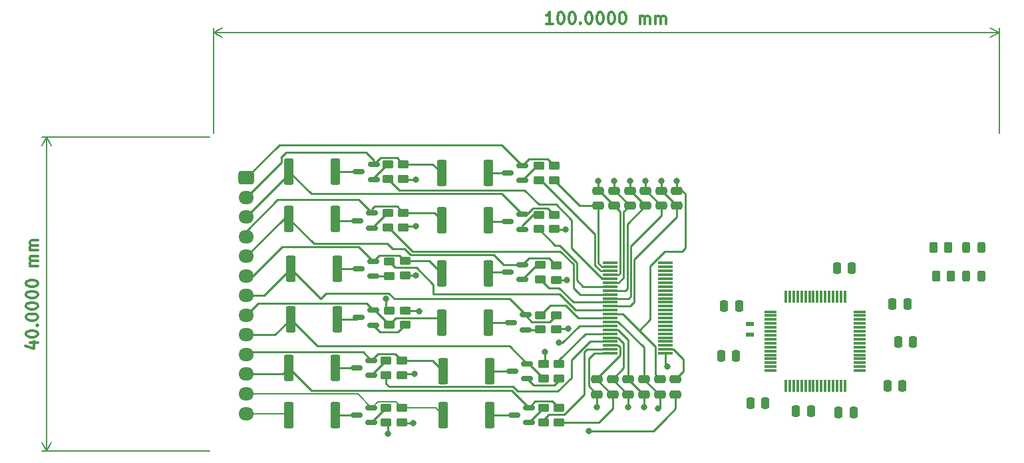
<source format=gbr>
%TF.GenerationSoftware,KiCad,Pcbnew,6.0.5*%
%TF.CreationDate,2022-06-29T09:43:05+02:00*%
%TF.ProjectId,Flux_BMS,466c7578-5f42-44d5-932e-6b696361645f,rev?*%
%TF.SameCoordinates,Original*%
%TF.FileFunction,Copper,L1,Top*%
%TF.FilePolarity,Positive*%
%FSLAX46Y46*%
G04 Gerber Fmt 4.6, Leading zero omitted, Abs format (unit mm)*
G04 Created by KiCad (PCBNEW 6.0.5) date 2022-06-29 09:43:05*
%MOMM*%
%LPD*%
G01*
G04 APERTURE LIST*
G04 Aperture macros list*
%AMRoundRect*
0 Rectangle with rounded corners*
0 $1 Rounding radius*
0 $2 $3 $4 $5 $6 $7 $8 $9 X,Y pos of 4 corners*
0 Add a 4 corners polygon primitive as box body*
4,1,4,$2,$3,$4,$5,$6,$7,$8,$9,$2,$3,0*
0 Add four circle primitives for the rounded corners*
1,1,$1+$1,$2,$3*
1,1,$1+$1,$4,$5*
1,1,$1+$1,$6,$7*
1,1,$1+$1,$8,$9*
0 Add four rect primitives between the rounded corners*
20,1,$1+$1,$2,$3,$4,$5,0*
20,1,$1+$1,$4,$5,$6,$7,0*
20,1,$1+$1,$6,$7,$8,$9,0*
20,1,$1+$1,$8,$9,$2,$3,0*%
G04 Aperture macros list end*
%ADD10C,0.300000*%
%TA.AperFunction,NonConductor*%
%ADD11C,0.300000*%
%TD*%
%TA.AperFunction,NonConductor*%
%ADD12C,0.200000*%
%TD*%
%TA.AperFunction,SMDPad,CuDef*%
%ADD13RoundRect,0.250000X-0.450000X0.262500X-0.450000X-0.262500X0.450000X-0.262500X0.450000X0.262500X0*%
%TD*%
%TA.AperFunction,SMDPad,CuDef*%
%ADD14RoundRect,0.250000X-0.362500X-1.425000X0.362500X-1.425000X0.362500X1.425000X-0.362500X1.425000X0*%
%TD*%
%TA.AperFunction,SMDPad,CuDef*%
%ADD15RoundRect,0.243750X-0.243750X-0.456250X0.243750X-0.456250X0.243750X0.456250X-0.243750X0.456250X0*%
%TD*%
%TA.AperFunction,SMDPad,CuDef*%
%ADD16RoundRect,0.250000X-0.250000X-0.475000X0.250000X-0.475000X0.250000X0.475000X-0.250000X0.475000X0*%
%TD*%
%TA.AperFunction,ComponentPad*%
%ADD17RoundRect,0.250000X-0.725000X0.600000X-0.725000X-0.600000X0.725000X-0.600000X0.725000X0.600000X0*%
%TD*%
%TA.AperFunction,ComponentPad*%
%ADD18O,1.950000X1.700000*%
%TD*%
%TA.AperFunction,SMDPad,CuDef*%
%ADD19RoundRect,0.250000X0.450000X-0.262500X0.450000X0.262500X-0.450000X0.262500X-0.450000X-0.262500X0*%
%TD*%
%TA.AperFunction,SMDPad,CuDef*%
%ADD20RoundRect,0.150000X0.587500X0.150000X-0.587500X0.150000X-0.587500X-0.150000X0.587500X-0.150000X0*%
%TD*%
%TA.AperFunction,SMDPad,CuDef*%
%ADD21RoundRect,0.250000X0.475000X-0.250000X0.475000X0.250000X-0.475000X0.250000X-0.475000X-0.250000X0*%
%TD*%
%TA.AperFunction,SMDPad,CuDef*%
%ADD22RoundRect,0.250000X-0.475000X0.250000X-0.475000X-0.250000X0.475000X-0.250000X0.475000X0.250000X0*%
%TD*%
%TA.AperFunction,SMDPad,CuDef*%
%ADD23R,1.100000X0.600000*%
%TD*%
%TA.AperFunction,SMDPad,CuDef*%
%ADD24RoundRect,0.075000X-0.875000X-0.075000X0.875000X-0.075000X0.875000X0.075000X-0.875000X0.075000X0*%
%TD*%
%TA.AperFunction,SMDPad,CuDef*%
%ADD25RoundRect,0.250000X-0.262500X-0.450000X0.262500X-0.450000X0.262500X0.450000X-0.262500X0.450000X0*%
%TD*%
%TA.AperFunction,SMDPad,CuDef*%
%ADD26RoundRect,0.075000X-0.700000X-0.075000X0.700000X-0.075000X0.700000X0.075000X-0.700000X0.075000X0*%
%TD*%
%TA.AperFunction,SMDPad,CuDef*%
%ADD27RoundRect,0.075000X-0.075000X-0.700000X0.075000X-0.700000X0.075000X0.700000X-0.075000X0.700000X0*%
%TD*%
%TA.AperFunction,ViaPad*%
%ADD28C,0.800000*%
%TD*%
%TA.AperFunction,Conductor*%
%ADD29C,0.250000*%
%TD*%
%TA.AperFunction,Conductor*%
%ADD30C,0.200000*%
%TD*%
G04 APERTURE END LIST*
D10*
D11*
X118214285Y-35628571D02*
X117357142Y-35628571D01*
X117785714Y-35628571D02*
X117785714Y-34128571D01*
X117642857Y-34342857D01*
X117500000Y-34485714D01*
X117357142Y-34557142D01*
X119142857Y-34128571D02*
X119285714Y-34128571D01*
X119428571Y-34200000D01*
X119500000Y-34271428D01*
X119571428Y-34414285D01*
X119642857Y-34700000D01*
X119642857Y-35057142D01*
X119571428Y-35342857D01*
X119500000Y-35485714D01*
X119428571Y-35557142D01*
X119285714Y-35628571D01*
X119142857Y-35628571D01*
X119000000Y-35557142D01*
X118928571Y-35485714D01*
X118857142Y-35342857D01*
X118785714Y-35057142D01*
X118785714Y-34700000D01*
X118857142Y-34414285D01*
X118928571Y-34271428D01*
X119000000Y-34200000D01*
X119142857Y-34128571D01*
X120571428Y-34128571D02*
X120714285Y-34128571D01*
X120857142Y-34200000D01*
X120928571Y-34271428D01*
X121000000Y-34414285D01*
X121071428Y-34700000D01*
X121071428Y-35057142D01*
X121000000Y-35342857D01*
X120928571Y-35485714D01*
X120857142Y-35557142D01*
X120714285Y-35628571D01*
X120571428Y-35628571D01*
X120428571Y-35557142D01*
X120357142Y-35485714D01*
X120285714Y-35342857D01*
X120214285Y-35057142D01*
X120214285Y-34700000D01*
X120285714Y-34414285D01*
X120357142Y-34271428D01*
X120428571Y-34200000D01*
X120571428Y-34128571D01*
X121714285Y-35485714D02*
X121785714Y-35557142D01*
X121714285Y-35628571D01*
X121642857Y-35557142D01*
X121714285Y-35485714D01*
X121714285Y-35628571D01*
X122714285Y-34128571D02*
X122857142Y-34128571D01*
X123000000Y-34200000D01*
X123071428Y-34271428D01*
X123142857Y-34414285D01*
X123214285Y-34700000D01*
X123214285Y-35057142D01*
X123142857Y-35342857D01*
X123071428Y-35485714D01*
X123000000Y-35557142D01*
X122857142Y-35628571D01*
X122714285Y-35628571D01*
X122571428Y-35557142D01*
X122500000Y-35485714D01*
X122428571Y-35342857D01*
X122357142Y-35057142D01*
X122357142Y-34700000D01*
X122428571Y-34414285D01*
X122500000Y-34271428D01*
X122571428Y-34200000D01*
X122714285Y-34128571D01*
X124142857Y-34128571D02*
X124285714Y-34128571D01*
X124428571Y-34200000D01*
X124500000Y-34271428D01*
X124571428Y-34414285D01*
X124642857Y-34700000D01*
X124642857Y-35057142D01*
X124571428Y-35342857D01*
X124500000Y-35485714D01*
X124428571Y-35557142D01*
X124285714Y-35628571D01*
X124142857Y-35628571D01*
X124000000Y-35557142D01*
X123928571Y-35485714D01*
X123857142Y-35342857D01*
X123785714Y-35057142D01*
X123785714Y-34700000D01*
X123857142Y-34414285D01*
X123928571Y-34271428D01*
X124000000Y-34200000D01*
X124142857Y-34128571D01*
X125571428Y-34128571D02*
X125714285Y-34128571D01*
X125857142Y-34200000D01*
X125928571Y-34271428D01*
X126000000Y-34414285D01*
X126071428Y-34700000D01*
X126071428Y-35057142D01*
X126000000Y-35342857D01*
X125928571Y-35485714D01*
X125857142Y-35557142D01*
X125714285Y-35628571D01*
X125571428Y-35628571D01*
X125428571Y-35557142D01*
X125357142Y-35485714D01*
X125285714Y-35342857D01*
X125214285Y-35057142D01*
X125214285Y-34700000D01*
X125285714Y-34414285D01*
X125357142Y-34271428D01*
X125428571Y-34200000D01*
X125571428Y-34128571D01*
X127000000Y-34128571D02*
X127142857Y-34128571D01*
X127285714Y-34200000D01*
X127357142Y-34271428D01*
X127428571Y-34414285D01*
X127500000Y-34700000D01*
X127500000Y-35057142D01*
X127428571Y-35342857D01*
X127357142Y-35485714D01*
X127285714Y-35557142D01*
X127142857Y-35628571D01*
X127000000Y-35628571D01*
X126857142Y-35557142D01*
X126785714Y-35485714D01*
X126714285Y-35342857D01*
X126642857Y-35057142D01*
X126642857Y-34700000D01*
X126714285Y-34414285D01*
X126785714Y-34271428D01*
X126857142Y-34200000D01*
X127000000Y-34128571D01*
X129285714Y-35628571D02*
X129285714Y-34628571D01*
X129285714Y-34771428D02*
X129357142Y-34700000D01*
X129500000Y-34628571D01*
X129714285Y-34628571D01*
X129857142Y-34700000D01*
X129928571Y-34842857D01*
X129928571Y-35628571D01*
X129928571Y-34842857D02*
X130000000Y-34700000D01*
X130142857Y-34628571D01*
X130357142Y-34628571D01*
X130500000Y-34700000D01*
X130571428Y-34842857D01*
X130571428Y-35628571D01*
X131285714Y-35628571D02*
X131285714Y-34628571D01*
X131285714Y-34771428D02*
X131357142Y-34700000D01*
X131500000Y-34628571D01*
X131714285Y-34628571D01*
X131857142Y-34700000D01*
X131928571Y-34842857D01*
X131928571Y-35628571D01*
X131928571Y-34842857D02*
X132000000Y-34700000D01*
X132142857Y-34628571D01*
X132357142Y-34628571D01*
X132500000Y-34700000D01*
X132571428Y-34842857D01*
X132571428Y-35628571D01*
D12*
X75000000Y-49500000D02*
X75000000Y-36163580D01*
X175000000Y-49500000D02*
X175000000Y-36163580D01*
X75000000Y-36750000D02*
X175000000Y-36750000D01*
X75000000Y-36750000D02*
X175000000Y-36750000D01*
X75000000Y-36750000D02*
X76126504Y-37336421D01*
X75000000Y-36750000D02*
X76126504Y-36163579D01*
X175000000Y-36750000D02*
X173873496Y-36163579D01*
X175000000Y-36750000D02*
X173873496Y-37336421D01*
D10*
D11*
X51678571Y-76214285D02*
X52678571Y-76214285D01*
X51107142Y-76571428D02*
X52178571Y-76928571D01*
X52178571Y-76000000D01*
X51178571Y-75142857D02*
X51178571Y-75000000D01*
X51250000Y-74857142D01*
X51321428Y-74785714D01*
X51464285Y-74714285D01*
X51750000Y-74642857D01*
X52107142Y-74642857D01*
X52392857Y-74714285D01*
X52535714Y-74785714D01*
X52607142Y-74857142D01*
X52678571Y-75000000D01*
X52678571Y-75142857D01*
X52607142Y-75285714D01*
X52535714Y-75357142D01*
X52392857Y-75428571D01*
X52107142Y-75500000D01*
X51750000Y-75500000D01*
X51464285Y-75428571D01*
X51321428Y-75357142D01*
X51250000Y-75285714D01*
X51178571Y-75142857D01*
X52535714Y-74000000D02*
X52607142Y-73928571D01*
X52678571Y-74000000D01*
X52607142Y-74071428D01*
X52535714Y-74000000D01*
X52678571Y-74000000D01*
X51178571Y-73000000D02*
X51178571Y-72857142D01*
X51250000Y-72714285D01*
X51321428Y-72642857D01*
X51464285Y-72571428D01*
X51750000Y-72500000D01*
X52107142Y-72500000D01*
X52392857Y-72571428D01*
X52535714Y-72642857D01*
X52607142Y-72714285D01*
X52678571Y-72857142D01*
X52678571Y-73000000D01*
X52607142Y-73142857D01*
X52535714Y-73214285D01*
X52392857Y-73285714D01*
X52107142Y-73357142D01*
X51750000Y-73357142D01*
X51464285Y-73285714D01*
X51321428Y-73214285D01*
X51250000Y-73142857D01*
X51178571Y-73000000D01*
X51178571Y-71571428D02*
X51178571Y-71428571D01*
X51250000Y-71285714D01*
X51321428Y-71214285D01*
X51464285Y-71142857D01*
X51750000Y-71071428D01*
X52107142Y-71071428D01*
X52392857Y-71142857D01*
X52535714Y-71214285D01*
X52607142Y-71285714D01*
X52678571Y-71428571D01*
X52678571Y-71571428D01*
X52607142Y-71714285D01*
X52535714Y-71785714D01*
X52392857Y-71857142D01*
X52107142Y-71928571D01*
X51750000Y-71928571D01*
X51464285Y-71857142D01*
X51321428Y-71785714D01*
X51250000Y-71714285D01*
X51178571Y-71571428D01*
X51178571Y-70142857D02*
X51178571Y-70000000D01*
X51250000Y-69857142D01*
X51321428Y-69785714D01*
X51464285Y-69714285D01*
X51750000Y-69642857D01*
X52107142Y-69642857D01*
X52392857Y-69714285D01*
X52535714Y-69785714D01*
X52607142Y-69857142D01*
X52678571Y-70000000D01*
X52678571Y-70142857D01*
X52607142Y-70285714D01*
X52535714Y-70357142D01*
X52392857Y-70428571D01*
X52107142Y-70500000D01*
X51750000Y-70500000D01*
X51464285Y-70428571D01*
X51321428Y-70357142D01*
X51250000Y-70285714D01*
X51178571Y-70142857D01*
X51178571Y-68714285D02*
X51178571Y-68571428D01*
X51250000Y-68428571D01*
X51321428Y-68357142D01*
X51464285Y-68285714D01*
X51750000Y-68214285D01*
X52107142Y-68214285D01*
X52392857Y-68285714D01*
X52535714Y-68357142D01*
X52607142Y-68428571D01*
X52678571Y-68571428D01*
X52678571Y-68714285D01*
X52607142Y-68857142D01*
X52535714Y-68928571D01*
X52392857Y-69000000D01*
X52107142Y-69071428D01*
X51750000Y-69071428D01*
X51464285Y-69000000D01*
X51321428Y-68928571D01*
X51250000Y-68857142D01*
X51178571Y-68714285D01*
X52678571Y-66428571D02*
X51678571Y-66428571D01*
X51821428Y-66428571D02*
X51750000Y-66357142D01*
X51678571Y-66214285D01*
X51678571Y-66000000D01*
X51750000Y-65857142D01*
X51892857Y-65785714D01*
X52678571Y-65785714D01*
X51892857Y-65785714D02*
X51750000Y-65714285D01*
X51678571Y-65571428D01*
X51678571Y-65357142D01*
X51750000Y-65214285D01*
X51892857Y-65142857D01*
X52678571Y-65142857D01*
X52678571Y-64428571D02*
X51678571Y-64428571D01*
X51821428Y-64428571D02*
X51750000Y-64357142D01*
X51678571Y-64214285D01*
X51678571Y-64000000D01*
X51750000Y-63857142D01*
X51892857Y-63785714D01*
X52678571Y-63785714D01*
X51892857Y-63785714D02*
X51750000Y-63714285D01*
X51678571Y-63571428D01*
X51678571Y-63357142D01*
X51750000Y-63214285D01*
X51892857Y-63142857D01*
X52678571Y-63142857D01*
D12*
X74500000Y-50000000D02*
X53213580Y-50000000D01*
X74500000Y-90000000D02*
X53213580Y-90000000D01*
X53800000Y-50000000D02*
X53800000Y-90000000D01*
X53800000Y-50000000D02*
X53800000Y-90000000D01*
X53800000Y-50000000D02*
X53213579Y-51126504D01*
X53800000Y-50000000D02*
X54386421Y-51126504D01*
X53800000Y-90000000D02*
X54386421Y-88873496D01*
X53800000Y-90000000D02*
X53213579Y-88873496D01*
D13*
%TO.P,R20,1*%
%TO.N,/LTC6811/CELL+_12*%
X118400000Y-53687500D03*
%TO.P,R20,2*%
%TO.N,/LTC6811/SENSE+_12*%
X118400000Y-55512500D03*
%TD*%
D14*
%TO.P,R3,1*%
%TO.N,/LTC6811/CELL+_9*%
X104037500Y-60600000D03*
%TO.P,R3,2*%
%TO.N,Net-(Q1-Pad3)*%
X109962500Y-60600000D03*
%TD*%
D15*
%TO.P,D2,1,K*%
%TO.N,GND*%
X170825000Y-64100000D03*
%TO.P,D2,2,A*%
%TO.N,Net-(D2-Pad2)*%
X172700000Y-64100000D03*
%TD*%
D16*
%TO.P,C15,1*%
%TO.N,PH1*%
X139600000Y-77900000D03*
%TO.P,C15,2*%
%TO.N,GND*%
X141500000Y-77900000D03*
%TD*%
D17*
%TO.P,J1,1,Pin_1*%
%TO.N,/LTC6811/CELL+_12*%
X79200000Y-55200000D03*
D18*
%TO.P,J1,2,Pin_2*%
%TO.N,/LTC6811/CELL+_11*%
X79200000Y-57700000D03*
%TO.P,J1,3,Pin_3*%
%TO.N,/LTC6811/CELL+_10*%
X79200000Y-60200000D03*
%TO.P,J1,4,Pin_4*%
%TO.N,/LTC6811/CELL+_9*%
X79200000Y-62700000D03*
%TO.P,J1,5,Pin_5*%
%TO.N,/LTC6811/CELL+_8*%
X79200000Y-65200000D03*
%TO.P,J1,6,Pin_6*%
%TO.N,/LTC6811/CELL+_7*%
X79200000Y-67700000D03*
%TO.P,J1,7,Pin_7*%
%TO.N,/LTC6811/CELL+_6*%
X79200000Y-70200000D03*
%TO.P,J1,8,Pin_8*%
%TO.N,/LTC6811/CELL+_5*%
X79200000Y-72700000D03*
%TO.P,J1,9,Pin_9*%
%TO.N,/LTC6811/CELL+_4*%
X79200000Y-75200000D03*
%TO.P,J1,10,Pin_10*%
%TO.N,/LTC6811/CELL+_3*%
X79200000Y-77700000D03*
%TO.P,J1,11,Pin_11*%
%TO.N,/LTC6811/CELL+_2*%
X79200000Y-80200000D03*
%TO.P,J1,12,Pin_12*%
%TO.N,/LTC6811/CELL+_1*%
X79200000Y-82700000D03*
%TO.P,J1,13,Pin_13*%
%TO.N,/LTC6811/CELL-_1*%
X79200000Y-85200000D03*
%TD*%
D19*
%TO.P,R35,1*%
%TO.N,/LTC6811/CELL+_4*%
X117000000Y-80712500D03*
%TO.P,R35,2*%
%TO.N,/LTC6811/SENSE+_4*%
X117000000Y-78887500D03*
%TD*%
D13*
%TO.P,R2,1*%
%TO.N,/LTC6811/CELL+_10*%
X118400000Y-59887500D03*
%TO.P,R2,2*%
%TO.N,/LTC6811/SENSE+_10*%
X118400000Y-61712500D03*
%TD*%
%TO.P,R32,1*%
%TO.N,/LTC6811/CELL+_11*%
X99200000Y-53487500D03*
%TO.P,R32,2*%
%TO.N,/LTC6811/SENSE+_11*%
X99200000Y-55312500D03*
%TD*%
%TO.P,R14,1*%
%TO.N,/LTC6811/CELL+_6*%
X118600000Y-72687500D03*
%TO.P,R14,2*%
%TO.N,/LTC6811/SENSE+_6*%
X118600000Y-74512500D03*
%TD*%
D14*
%TO.P,R33,1*%
%TO.N,/LTC6811/CELL+_10*%
X84637500Y-54400000D03*
%TO.P,R33,2*%
%TO.N,Net-(Q11-Pad3)*%
X90562500Y-54400000D03*
%TD*%
D20*
%TO.P,Q7,1,G*%
%TO.N,Net-(Q7-Pad1)*%
X114337500Y-55550000D03*
%TO.P,Q7,2,S*%
%TO.N,/LTC6811/CELL+_12*%
X114337500Y-53650000D03*
%TO.P,Q7,3,D*%
%TO.N,Net-(Q7-Pad3)*%
X112462500Y-54600000D03*
%TD*%
D21*
%TO.P,C4,1*%
%TO.N,/LTC6811/SENSE+_7*%
X134000000Y-58750000D03*
%TO.P,C4,2*%
%TO.N,/LTC6811/SENSE+_6*%
X134000000Y-56850000D03*
%TD*%
D20*
%TO.P,Q12,1,G*%
%TO.N,Net-(Q12-Pad1)*%
X114937500Y-80750000D03*
%TO.P,Q12,2,S*%
%TO.N,/LTC6811/CELL+_4*%
X114937500Y-78850000D03*
%TO.P,Q12,3,D*%
%TO.N,Net-(Q12-Pad3)*%
X113062500Y-79800000D03*
%TD*%
%TO.P,Q5,1,G*%
%TO.N,Net-(Q5-Pad1)*%
X114737500Y-74550000D03*
%TO.P,Q5,2,S*%
%TO.N,/LTC6811/CELL+_6*%
X114737500Y-72650000D03*
%TO.P,Q5,3,D*%
%TO.N,Net-(Q5-Pad3)*%
X112862500Y-73600000D03*
%TD*%
D14*
%TO.P,R9,1*%
%TO.N,/LTC6811/CELL+_7*%
X104037500Y-67400000D03*
%TO.P,R9,2*%
%TO.N,Net-(Q3-Pad3)*%
X109962500Y-67400000D03*
%TD*%
D16*
%TO.P,C20,1*%
%TO.N,VDDA*%
X143350000Y-83900000D03*
%TO.P,C20,2*%
%TO.N,GND*%
X145250000Y-83900000D03*
%TD*%
%TO.P,C13,1*%
%TO.N,PH0*%
X140000000Y-71500000D03*
%TO.P,C13,2*%
%TO.N,GND*%
X141900000Y-71500000D03*
%TD*%
D14*
%TO.P,R27,1*%
%TO.N,/LTC6811/CELL+_1*%
X104237500Y-85400000D03*
%TO.P,R27,2*%
%TO.N,Net-(Q9-Pad3)*%
X110162500Y-85400000D03*
%TD*%
D13*
%TO.P,R8,1*%
%TO.N,/LTC6811/CELL+_8*%
X118600000Y-66375000D03*
%TO.P,R8,2*%
%TO.N,/LTC6811/SENSE+_8*%
X118600000Y-68200000D03*
%TD*%
D15*
%TO.P,D1,1,K*%
%TO.N,GND*%
X170825000Y-67700000D03*
%TO.P,D1,2,A*%
%TO.N,Net-(D1-Pad2)*%
X172700000Y-67700000D03*
%TD*%
D13*
%TO.P,R5,1*%
%TO.N,/LTC6811/CELL+_9*%
X99200000Y-59687500D03*
%TO.P,R5,2*%
%TO.N,/LTC6811/SENSE+_9*%
X99200000Y-61512500D03*
%TD*%
D14*
%TO.P,R15,1*%
%TO.N,/LTC6811/CELL+_5*%
X104037500Y-73600000D03*
%TO.P,R15,2*%
%TO.N,Net-(Q5-Pad3)*%
X109962500Y-73600000D03*
%TD*%
%TO.P,R30,1*%
%TO.N,/LTC6811/CELL-_1*%
X84637500Y-85400000D03*
%TO.P,R30,2*%
%TO.N,Net-(Q10-Pad3)*%
X90562500Y-85400000D03*
%TD*%
%TO.P,R18,1*%
%TO.N,/LTC6811/CELL+_4*%
X84837500Y-73200000D03*
%TO.P,R18,2*%
%TO.N,Net-(Q6-Pad3)*%
X90762500Y-73200000D03*
%TD*%
D20*
%TO.P,Q11,1,G*%
%TO.N,Net-(Q11-Pad1)*%
X95400000Y-55400000D03*
%TO.P,Q11,2,S*%
%TO.N,/LTC6811/CELL+_11*%
X95400000Y-53500000D03*
%TO.P,Q11,3,D*%
%TO.N,Net-(Q11-Pad3)*%
X93525000Y-54450000D03*
%TD*%
D22*
%TO.P,C9,1*%
%TO.N,/LTC6811/SENSE+_2*%
X123800000Y-80850000D03*
%TO.P,C9,2*%
%TO.N,/LTC6811/SENSE+_1*%
X123800000Y-82750000D03*
%TD*%
%TO.P,C8,1*%
%TO.N,/LTC6811/SENSE+_3*%
X125800000Y-80850000D03*
%TO.P,C8,2*%
%TO.N,/LTC6811/SENSE+_2*%
X125800000Y-82750000D03*
%TD*%
D19*
%TO.P,R19,1*%
%TO.N,/LTC6811/BALANCE_12*%
X116400000Y-55512500D03*
%TO.P,R19,2*%
%TO.N,Net-(Q7-Pad1)*%
X116400000Y-53687500D03*
%TD*%
D22*
%TO.P,C5,1*%
%TO.N,/LTC6811/SENSE+_6*%
X131800000Y-80850000D03*
%TO.P,C5,2*%
%TO.N,/LTC6811/SENSE+_5*%
X131800000Y-82750000D03*
%TD*%
D13*
%TO.P,R16,1*%
%TO.N,/LTC6811/BALANCE_5*%
X99400000Y-72087500D03*
%TO.P,R16,2*%
%TO.N,Net-(Q6-Pad1)*%
X99400000Y-73912500D03*
%TD*%
D21*
%TO.P,C7,1*%
%TO.N,/LTC6811/SENSE+_12*%
X124000000Y-58750000D03*
%TO.P,C7,2*%
%TO.N,/LTC6811/SENSE+_11*%
X124000000Y-56850000D03*
%TD*%
D20*
%TO.P,Q4,1,G*%
%TO.N,Net-(Q4-Pad1)*%
X95337500Y-67750000D03*
%TO.P,Q4,2,S*%
%TO.N,/LTC6811/CELL+_7*%
X95337500Y-65850000D03*
%TO.P,Q4,3,D*%
%TO.N,Net-(Q4-Pad3)*%
X93462500Y-66800000D03*
%TD*%
%TO.P,Q3,1,G*%
%TO.N,Net-(Q3-Pad1)*%
X114337500Y-68150000D03*
%TO.P,Q3,2,S*%
%TO.N,/LTC6811/CELL+_8*%
X114337500Y-66250000D03*
%TO.P,Q3,3,D*%
%TO.N,Net-(Q3-Pad3)*%
X112462500Y-67200000D03*
%TD*%
D19*
%TO.P,R17,1*%
%TO.N,/LTC6811/CELL+_5*%
X97400000Y-73912500D03*
%TO.P,R17,2*%
%TO.N,/LTC6811/SENSE+_5*%
X97400000Y-72087500D03*
%TD*%
D13*
%TO.P,R13,1*%
%TO.N,/LTC6811/BALANCE_6*%
X116600000Y-72687500D03*
%TO.P,R13,2*%
%TO.N,Net-(Q5-Pad1)*%
X116600000Y-74512500D03*
%TD*%
D20*
%TO.P,Q6,1,G*%
%TO.N,Net-(Q6-Pad1)*%
X95337500Y-73950000D03*
%TO.P,Q6,2,S*%
%TO.N,/LTC6811/CELL+_5*%
X95337500Y-72050000D03*
%TO.P,Q6,3,D*%
%TO.N,Net-(Q6-Pad3)*%
X93462500Y-73000000D03*
%TD*%
D23*
%TO.P,X1,1,1*%
%TO.N,PH1*%
X143300000Y-75200000D03*
%TO.P,X1,2,2*%
%TO.N,PH0*%
X143300000Y-73800000D03*
%TD*%
D13*
%TO.P,R10,1*%
%TO.N,/LTC6811/BALANCE_7*%
X97400000Y-65887500D03*
%TO.P,R10,2*%
%TO.N,Net-(Q4-Pad1)*%
X97400000Y-67712500D03*
%TD*%
D22*
%TO.P,C12,1*%
%TO.N,/LTC6811/SENSE+_4*%
X127800000Y-80850000D03*
%TO.P,C12,2*%
%TO.N,/LTC6811/SENSE+_3*%
X127800000Y-82750000D03*
%TD*%
D16*
%TO.P,C16,1*%
%TO.N,VDD*%
X149150000Y-84900000D03*
%TO.P,C16,2*%
%TO.N,GND*%
X151050000Y-84900000D03*
%TD*%
D20*
%TO.P,Q10,1,G*%
%TO.N,Net-(Q10-Pad1)*%
X95137500Y-86350000D03*
%TO.P,Q10,2,S*%
%TO.N,/LTC6811/CELL+_1*%
X95137500Y-84450000D03*
%TO.P,Q10,3,D*%
%TO.N,Net-(Q10-Pad3)*%
X93262500Y-85400000D03*
%TD*%
D13*
%TO.P,R11,1*%
%TO.N,/LTC6811/CELL+_7*%
X99400000Y-65800000D03*
%TO.P,R11,2*%
%TO.N,/LTC6811/SENSE+_7*%
X99400000Y-67625000D03*
%TD*%
D14*
%TO.P,R21,1*%
%TO.N,/LTC6811/CELL+_11*%
X104037500Y-54600000D03*
%TO.P,R21,2*%
%TO.N,Net-(Q7-Pad3)*%
X109962500Y-54600000D03*
%TD*%
D13*
%TO.P,R34,1*%
%TO.N,/LTC6811/BALANCE_4*%
X119000000Y-78887500D03*
%TO.P,R34,2*%
%TO.N,Net-(Q12-Pad1)*%
X119000000Y-80712500D03*
%TD*%
D14*
%TO.P,R24,1*%
%TO.N,/LTC6811/CELL+_2*%
X84637500Y-79400000D03*
%TO.P,R24,2*%
%TO.N,Net-(Q8-Pad3)*%
X90562500Y-79400000D03*
%TD*%
%TO.P,R36,1*%
%TO.N,/LTC6811/CELL+_3*%
X104237500Y-79800000D03*
%TO.P,R36,2*%
%TO.N,Net-(Q12-Pad3)*%
X110162500Y-79800000D03*
%TD*%
D24*
%TO.P,U1,1,V+*%
%TO.N,unconnected-(U1-Pad1)*%
X125500000Y-66050000D03*
%TO.P,U1,2,C12*%
%TO.N,/LTC6811/SENSE+_12*%
X125500000Y-66550000D03*
%TO.P,U1,3,S12*%
%TO.N,/LTC6811/BALANCE_12*%
X125500000Y-67050000D03*
%TO.P,U1,4,C11*%
%TO.N,/LTC6811/SENSE+_11*%
X125500000Y-67550000D03*
%TO.P,U1,5,S11*%
%TO.N,/LTC6811/BALANCE_11*%
X125500000Y-68050000D03*
%TO.P,U1,6,C10*%
%TO.N,/LTC6811/SENSE+_10*%
X125500000Y-68550000D03*
%TO.P,U1,7,S10*%
%TO.N,/LTC6811/BALANCE_10*%
X125500000Y-69050000D03*
%TO.P,U1,8,C9*%
%TO.N,/LTC6811/SENSE+_9*%
X125500000Y-69550000D03*
%TO.P,U1,9,S9*%
%TO.N,/LTC6811/BALANCE_9*%
X125500000Y-70050000D03*
%TO.P,U1,10,C8*%
%TO.N,/LTC6811/SENSE+_8*%
X125500000Y-70550000D03*
%TO.P,U1,11,S8*%
%TO.N,/LTC6811/BALANCE_8*%
X125500000Y-71050000D03*
%TO.P,U1,12,C7*%
%TO.N,/LTC6811/SENSE+_7*%
X125500000Y-71550000D03*
%TO.P,U1,13,S7*%
%TO.N,/LTC6811/BALANCE_7*%
X125500000Y-72050000D03*
%TO.P,U1,14,C6*%
%TO.N,/LTC6811/SENSE+_6*%
X125500000Y-72550000D03*
%TO.P,U1,15,S6*%
%TO.N,/LTC6811/BALANCE_6*%
X125500000Y-73050000D03*
%TO.P,U1,16,C5*%
%TO.N,/LTC6811/SENSE+_5*%
X125500000Y-73550000D03*
%TO.P,U1,17,S5*%
%TO.N,/LTC6811/BALANCE_5*%
X125500000Y-74050000D03*
%TO.P,U1,18,C4*%
%TO.N,/LTC6811/SENSE+_4*%
X125500000Y-74550000D03*
%TO.P,U1,19,S4*%
%TO.N,/LTC6811/BALANCE_4*%
X125500000Y-75050000D03*
%TO.P,U1,20,C3*%
%TO.N,/LTC6811/SENSE+_3*%
X125500000Y-75550000D03*
%TO.P,U1,21,S3*%
%TO.N,/LTC6811/BALANCE_3*%
X125500000Y-76050000D03*
%TO.P,U1,22,C2*%
%TO.N,/LTC6811/SENSE+_2*%
X125500000Y-76550000D03*
%TO.P,U1,23,S2*%
%TO.N,/LTC6811/BALANCE_2*%
X125500000Y-77050000D03*
%TO.P,U1,24,C1*%
%TO.N,/LTC6811/SENSE+_1*%
X125500000Y-77550000D03*
%TO.P,U1,25,S1*%
%TO.N,/LTC6811/BALANCE_1*%
X132500000Y-77550000D03*
%TO.P,U1,26,C0*%
%TO.N,/LTC6811/Cell1/SENSE-*%
X132500000Y-77050000D03*
%TO.P,U1,27,GPIO1*%
%TO.N,unconnected-(U1-Pad27)*%
X132500000Y-76550000D03*
%TO.P,U1,28,GPIO2*%
%TO.N,unconnected-(U1-Pad28)*%
X132500000Y-76050000D03*
%TO.P,U1,29,GPIO3*%
%TO.N,unconnected-(U1-Pad29)*%
X132500000Y-75550000D03*
%TO.P,U1,30,V-*%
%TO.N,Net-(U1-Pad30)*%
X132500000Y-75050000D03*
%TO.P,U1,31,V-*%
X132500000Y-74550000D03*
%TO.P,U1,32,GPIO4*%
%TO.N,unconnected-(U1-Pad32)*%
X132500000Y-74050000D03*
%TO.P,U1,33,GPIO5*%
%TO.N,unconnected-(U1-Pad33)*%
X132500000Y-73550000D03*
%TO.P,U1,34,VREF2*%
%TO.N,unconnected-(U1-Pad34)*%
X132500000Y-73050000D03*
%TO.P,U1,35,VREF1*%
%TO.N,unconnected-(U1-Pad35)*%
X132500000Y-72550000D03*
%TO.P,U1,36,SWTEN*%
%TO.N,unconnected-(U1-Pad36)*%
X132500000Y-72050000D03*
%TO.P,U1,37,VREG*%
%TO.N,unconnected-(U1-Pad37)*%
X132500000Y-71550000D03*
%TO.P,U1,38,DRIVE*%
%TO.N,unconnected-(U1-Pad38)*%
X132500000Y-71050000D03*
%TO.P,U1,39,WDT*%
%TO.N,unconnected-(U1-Pad39)*%
X132500000Y-70550000D03*
%TO.P,U1,40,ISOMD*%
%TO.N,unconnected-(U1-Pad40)*%
X132500000Y-70050000D03*
%TO.P,U1,41,CSB(IMA)*%
%TO.N,unconnected-(U1-Pad41)*%
X132500000Y-69550000D03*
%TO.P,U1,42,SCK(IPA)*%
%TO.N,unconnected-(U1-Pad42)*%
X132500000Y-69050000D03*
%TO.P,U1,43,SDI(NC)*%
%TO.N,unconnected-(U1-Pad43)*%
X132500000Y-68550000D03*
%TO.P,U1,44,SDO(NC)*%
%TO.N,unconnected-(U1-Pad44)*%
X132500000Y-68050000D03*
%TO.P,U1,45,IBIAS*%
%TO.N,unconnected-(U1-Pad45)*%
X132500000Y-67550000D03*
%TO.P,U1,46,ICMP*%
%TO.N,unconnected-(U1-Pad46)*%
X132500000Y-67050000D03*
%TO.P,U1,47,IMB*%
%TO.N,unconnected-(U1-Pad47)*%
X132500000Y-66550000D03*
%TO.P,U1,48,IPB*%
%TO.N,unconnected-(U1-Pad48)*%
X132500000Y-66050000D03*
%TD*%
D16*
%TO.P,C21,1*%
%TO.N,VDDA*%
X154550000Y-85100000D03*
%TO.P,C21,2*%
%TO.N,GND*%
X156450000Y-85100000D03*
%TD*%
D25*
%TO.P,R38,1*%
%TO.N,LED_GREEN*%
X166675000Y-64100000D03*
%TO.P,R38,2*%
%TO.N,Net-(D2-Pad2)*%
X168500000Y-64100000D03*
%TD*%
D19*
%TO.P,R25,1*%
%TO.N,/LTC6811/BALANCE_2*%
X117000000Y-86312500D03*
%TO.P,R25,2*%
%TO.N,Net-(Q9-Pad1)*%
X117000000Y-84487500D03*
%TD*%
D21*
%TO.P,C10,1*%
%TO.N,/LTC6811/SENSE+_1*%
X133800000Y-82750000D03*
%TO.P,C10,2*%
%TO.N,/LTC6811/Cell1/SENSE-*%
X133800000Y-80850000D03*
%TD*%
D26*
%TO.P,U2,1,VBAT*%
%TO.N,VDD*%
X145925000Y-72250000D03*
%TO.P,U2,2,PC13*%
%TO.N,unconnected-(U2-Pad2)*%
X145925000Y-72750000D03*
%TO.P,U2,3,PC14*%
%TO.N,unconnected-(U2-Pad3)*%
X145925000Y-73250000D03*
%TO.P,U2,4,PC15*%
%TO.N,unconnected-(U2-Pad4)*%
X145925000Y-73750000D03*
%TO.P,U2,5,PH0*%
%TO.N,PH0*%
X145925000Y-74250000D03*
%TO.P,U2,6,PH1*%
%TO.N,PH1*%
X145925000Y-74750000D03*
%TO.P,U2,7,NRST*%
%TO.N,unconnected-(U2-Pad7)*%
X145925000Y-75250000D03*
%TO.P,U2,8,PC0*%
%TO.N,unconnected-(U2-Pad8)*%
X145925000Y-75750000D03*
%TO.P,U2,9,PC1*%
%TO.N,unconnected-(U2-Pad9)*%
X145925000Y-76250000D03*
%TO.P,U2,10,PC2*%
%TO.N,unconnected-(U2-Pad10)*%
X145925000Y-76750000D03*
%TO.P,U2,11,PC3*%
%TO.N,unconnected-(U2-Pad11)*%
X145925000Y-77250000D03*
%TO.P,U2,12,VSSA*%
%TO.N,GND*%
X145925000Y-77750000D03*
%TO.P,U2,13,VDDA*%
%TO.N,VDDA*%
X145925000Y-78250000D03*
%TO.P,U2,14,PA0*%
%TO.N,unconnected-(U2-Pad14)*%
X145925000Y-78750000D03*
%TO.P,U2,15,PA1*%
%TO.N,unconnected-(U2-Pad15)*%
X145925000Y-79250000D03*
%TO.P,U2,16,PA2*%
%TO.N,unconnected-(U2-Pad16)*%
X145925000Y-79750000D03*
D27*
%TO.P,U2,17,PA3*%
%TO.N,unconnected-(U2-Pad17)*%
X147850000Y-81675000D03*
%TO.P,U2,18,VSS*%
%TO.N,GND*%
X148350000Y-81675000D03*
%TO.P,U2,19,VDD*%
%TO.N,VDD*%
X148850000Y-81675000D03*
%TO.P,U2,20,PA4*%
%TO.N,unconnected-(U2-Pad20)*%
X149350000Y-81675000D03*
%TO.P,U2,21,PA5*%
%TO.N,unconnected-(U2-Pad21)*%
X149850000Y-81675000D03*
%TO.P,U2,22,PA6*%
%TO.N,unconnected-(U2-Pad22)*%
X150350000Y-81675000D03*
%TO.P,U2,23,PA7*%
%TO.N,unconnected-(U2-Pad23)*%
X150850000Y-81675000D03*
%TO.P,U2,24,PC4*%
%TO.N,unconnected-(U2-Pad24)*%
X151350000Y-81675000D03*
%TO.P,U2,25,PC5*%
%TO.N,unconnected-(U2-Pad25)*%
X151850000Y-81675000D03*
%TO.P,U2,26,PB0*%
%TO.N,unconnected-(U2-Pad26)*%
X152350000Y-81675000D03*
%TO.P,U2,27,PB1*%
%TO.N,unconnected-(U2-Pad27)*%
X152850000Y-81675000D03*
%TO.P,U2,28,PB2*%
%TO.N,unconnected-(U2-Pad28)*%
X153350000Y-81675000D03*
%TO.P,U2,29,PB10*%
%TO.N,unconnected-(U2-Pad29)*%
X153850000Y-81675000D03*
%TO.P,U2,30,PB11*%
%TO.N,unconnected-(U2-Pad30)*%
X154350000Y-81675000D03*
%TO.P,U2,31,VSS*%
%TO.N,GND*%
X154850000Y-81675000D03*
%TO.P,U2,32,VDD*%
%TO.N,VDD*%
X155350000Y-81675000D03*
D26*
%TO.P,U2,33,PB12*%
%TO.N,unconnected-(U2-Pad33)*%
X157275000Y-79750000D03*
%TO.P,U2,34,PB13*%
%TO.N,unconnected-(U2-Pad34)*%
X157275000Y-79250000D03*
%TO.P,U2,35,PB14*%
%TO.N,unconnected-(U2-Pad35)*%
X157275000Y-78750000D03*
%TO.P,U2,36,PB15*%
%TO.N,unconnected-(U2-Pad36)*%
X157275000Y-78250000D03*
%TO.P,U2,37,PC6*%
%TO.N,unconnected-(U2-Pad37)*%
X157275000Y-77750000D03*
%TO.P,U2,38,PC7*%
%TO.N,unconnected-(U2-Pad38)*%
X157275000Y-77250000D03*
%TO.P,U2,39,PC8*%
%TO.N,unconnected-(U2-Pad39)*%
X157275000Y-76750000D03*
%TO.P,U2,40,PC9*%
%TO.N,unconnected-(U2-Pad40)*%
X157275000Y-76250000D03*
%TO.P,U2,41,PA8*%
%TO.N,unconnected-(U2-Pad41)*%
X157275000Y-75750000D03*
%TO.P,U2,42,PA9*%
%TO.N,LED_RED*%
X157275000Y-75250000D03*
%TO.P,U2,43,PA10*%
%TO.N,LED_GREEN*%
X157275000Y-74750000D03*
%TO.P,U2,44,PA11*%
%TO.N,unconnected-(U2-Pad44)*%
X157275000Y-74250000D03*
%TO.P,U2,45,PA12*%
%TO.N,unconnected-(U2-Pad45)*%
X157275000Y-73750000D03*
%TO.P,U2,46,PA13*%
%TO.N,unconnected-(U2-Pad46)*%
X157275000Y-73250000D03*
%TO.P,U2,47,VSS*%
%TO.N,GND*%
X157275000Y-72750000D03*
%TO.P,U2,48,VDDUSB*%
%TO.N,VDD*%
X157275000Y-72250000D03*
D27*
%TO.P,U2,49,PA14*%
%TO.N,unconnected-(U2-Pad49)*%
X155350000Y-70325000D03*
%TO.P,U2,50,PA15*%
%TO.N,unconnected-(U2-Pad50)*%
X154850000Y-70325000D03*
%TO.P,U2,51,PC10*%
%TO.N,unconnected-(U2-Pad51)*%
X154350000Y-70325000D03*
%TO.P,U2,52,PC11*%
%TO.N,unconnected-(U2-Pad52)*%
X153850000Y-70325000D03*
%TO.P,U2,53,PC12*%
%TO.N,unconnected-(U2-Pad53)*%
X153350000Y-70325000D03*
%TO.P,U2,54,PD2*%
%TO.N,unconnected-(U2-Pad54)*%
X152850000Y-70325000D03*
%TO.P,U2,55,PB3*%
%TO.N,unconnected-(U2-Pad55)*%
X152350000Y-70325000D03*
%TO.P,U2,56,PB4*%
%TO.N,unconnected-(U2-Pad56)*%
X151850000Y-70325000D03*
%TO.P,U2,57,PB5*%
%TO.N,unconnected-(U2-Pad57)*%
X151350000Y-70325000D03*
%TO.P,U2,58,PB6*%
%TO.N,unconnected-(U2-Pad58)*%
X150850000Y-70325000D03*
%TO.P,U2,59,PB7*%
%TO.N,unconnected-(U2-Pad59)*%
X150350000Y-70325000D03*
%TO.P,U2,60,BOOT0*%
%TO.N,unconnected-(U2-Pad60)*%
X149850000Y-70325000D03*
%TO.P,U2,61,PB8*%
%TO.N,unconnected-(U2-Pad61)*%
X149350000Y-70325000D03*
%TO.P,U2,62,PB9*%
%TO.N,unconnected-(U2-Pad62)*%
X148850000Y-70325000D03*
%TO.P,U2,63,VSS*%
%TO.N,GND*%
X148350000Y-70325000D03*
%TO.P,U2,64,VDD*%
%TO.N,VDD*%
X147850000Y-70325000D03*
%TD*%
D16*
%TO.P,C17,1*%
%TO.N,VDD*%
X162150000Y-76100000D03*
%TO.P,C17,2*%
%TO.N,GND*%
X164050000Y-76100000D03*
%TD*%
D13*
%TO.P,R23,1*%
%TO.N,/LTC6811/CELL+_3*%
X99000000Y-78487500D03*
%TO.P,R23,2*%
%TO.N,/LTC6811/SENSE+_3*%
X99000000Y-80312500D03*
%TD*%
D19*
%TO.P,R28,1*%
%TO.N,/LTC6811/BALANCE_1*%
X97000000Y-86312500D03*
%TO.P,R28,2*%
%TO.N,Net-(Q10-Pad1)*%
X97000000Y-84487500D03*
%TD*%
%TO.P,R22,1*%
%TO.N,/LTC6811/BALANCE_3*%
X97000000Y-80312500D03*
%TO.P,R22,2*%
%TO.N,Net-(Q8-Pad1)*%
X97000000Y-78487500D03*
%TD*%
D16*
%TO.P,C14,1*%
%TO.N,VDD*%
X160800000Y-81700000D03*
%TO.P,C14,2*%
%TO.N,GND*%
X162700000Y-81700000D03*
%TD*%
D19*
%TO.P,R4,1*%
%TO.N,/LTC6811/BALANCE_9*%
X97200000Y-61512500D03*
%TO.P,R4,2*%
%TO.N,Net-(Q2-Pad1)*%
X97200000Y-59687500D03*
%TD*%
D20*
%TO.P,Q9,1,G*%
%TO.N,Net-(Q9-Pad1)*%
X115137500Y-86350000D03*
%TO.P,Q9,2,S*%
%TO.N,/LTC6811/CELL+_2*%
X115137500Y-84450000D03*
%TO.P,Q9,3,D*%
%TO.N,Net-(Q9-Pad3)*%
X113262500Y-85400000D03*
%TD*%
D25*
%TO.P,R37,1*%
%TO.N,LED_RED*%
X166987500Y-67700000D03*
%TO.P,R37,2*%
%TO.N,Net-(D1-Pad2)*%
X168812500Y-67700000D03*
%TD*%
D19*
%TO.P,R1,1*%
%TO.N,/LTC6811/BALANCE_10*%
X116400000Y-61712500D03*
%TO.P,R1,2*%
%TO.N,Net-(Q1-Pad1)*%
X116400000Y-59887500D03*
%TD*%
D21*
%TO.P,C3,1*%
%TO.N,/LTC6811/SENSE+_8*%
X132000000Y-58750000D03*
%TO.P,C3,2*%
%TO.N,/LTC6811/SENSE+_7*%
X132000000Y-56850000D03*
%TD*%
D20*
%TO.P,Q2,1,G*%
%TO.N,Net-(Q2-Pad1)*%
X95200000Y-61600000D03*
%TO.P,Q2,2,S*%
%TO.N,/LTC6811/CELL+_9*%
X95200000Y-59700000D03*
%TO.P,Q2,3,D*%
%TO.N,Net-(Q2-Pad3)*%
X93325000Y-60650000D03*
%TD*%
%TO.P,Q8,1,G*%
%TO.N,Net-(Q8-Pad1)*%
X95137500Y-80350000D03*
%TO.P,Q8,2,S*%
%TO.N,/LTC6811/CELL+_3*%
X95137500Y-78450000D03*
%TO.P,Q8,3,D*%
%TO.N,Net-(Q8-Pad3)*%
X93262500Y-79400000D03*
%TD*%
D14*
%TO.P,R12,1*%
%TO.N,/LTC6811/CELL+_6*%
X84837500Y-66800000D03*
%TO.P,R12,2*%
%TO.N,Net-(Q4-Pad3)*%
X90762500Y-66800000D03*
%TD*%
D21*
%TO.P,C1,1*%
%TO.N,/LTC6811/SENSE+_10*%
X128000000Y-58750000D03*
%TO.P,C1,2*%
%TO.N,/LTC6811/SENSE+_9*%
X128000000Y-56850000D03*
%TD*%
D22*
%TO.P,C6,1*%
%TO.N,/LTC6811/SENSE+_5*%
X129800000Y-80850000D03*
%TO.P,C6,2*%
%TO.N,/LTC6811/SENSE+_4*%
X129800000Y-82750000D03*
%TD*%
D19*
%TO.P,R7,1*%
%TO.N,/LTC6811/BALANCE_8*%
X116600000Y-68112500D03*
%TO.P,R7,2*%
%TO.N,Net-(Q3-Pad1)*%
X116600000Y-66287500D03*
%TD*%
D13*
%TO.P,R26,1*%
%TO.N,/LTC6811/CELL+_2*%
X119000000Y-84487500D03*
%TO.P,R26,2*%
%TO.N,/LTC6811/SENSE+_2*%
X119000000Y-86312500D03*
%TD*%
D19*
%TO.P,R31,1*%
%TO.N,/LTC6811/BALANCE_11*%
X97200000Y-55312500D03*
%TO.P,R31,2*%
%TO.N,Net-(Q11-Pad1)*%
X97200000Y-53487500D03*
%TD*%
D20*
%TO.P,Q1,1,G*%
%TO.N,Net-(Q1-Pad1)*%
X114337500Y-61750000D03*
%TO.P,Q1,2,S*%
%TO.N,/LTC6811/CELL+_10*%
X114337500Y-59850000D03*
%TO.P,Q1,3,D*%
%TO.N,Net-(Q1-Pad3)*%
X112462500Y-60800000D03*
%TD*%
D16*
%TO.P,C18,1*%
%TO.N,VDD*%
X161400000Y-71300000D03*
%TO.P,C18,2*%
%TO.N,GND*%
X163300000Y-71300000D03*
%TD*%
D21*
%TO.P,C2,1*%
%TO.N,/LTC6811/SENSE+_9*%
X130000000Y-58750000D03*
%TO.P,C2,2*%
%TO.N,/LTC6811/SENSE+_8*%
X130000000Y-56850000D03*
%TD*%
D13*
%TO.P,R29,1*%
%TO.N,/LTC6811/CELL+_1*%
X99000000Y-84487500D03*
%TO.P,R29,2*%
%TO.N,/LTC6811/SENSE+_1*%
X99000000Y-86312500D03*
%TD*%
D16*
%TO.P,C19,1*%
%TO.N,VDD*%
X154350000Y-66700000D03*
%TO.P,C19,2*%
%TO.N,GND*%
X156250000Y-66700000D03*
%TD*%
D14*
%TO.P,R6,1*%
%TO.N,/LTC6811/CELL+_8*%
X84637500Y-60400000D03*
%TO.P,R6,2*%
%TO.N,Net-(Q2-Pad3)*%
X90562500Y-60400000D03*
%TD*%
D21*
%TO.P,C11,1*%
%TO.N,/LTC6811/SENSE+_11*%
X126000000Y-58750000D03*
%TO.P,C11,2*%
%TO.N,/LTC6811/SENSE+_10*%
X126000000Y-56850000D03*
%TD*%
D28*
%TO.N,/LTC6811/SENSE+_10*%
X126000000Y-55600000D03*
X119800000Y-61800000D03*
%TO.N,/LTC6811/SENSE+_8*%
X130000000Y-55600000D03*
X120000000Y-68200000D03*
%TO.N,/LTC6811/SENSE+_7*%
X132000000Y-55600000D03*
X100800000Y-67600000D03*
%TO.N,/LTC6811/SENSE+_6*%
X120200000Y-74400000D03*
X134000000Y-55600000D03*
%TO.N,/LTC6811/SENSE+_5*%
X131600000Y-84600000D03*
X97000000Y-70600000D03*
%TO.N,/LTC6811/SENSE+_4*%
X117200000Y-77400000D03*
X129800000Y-84400000D03*
%TO.N,/LTC6811/SENSE+_11*%
X100800000Y-55400000D03*
X124000000Y-55600000D03*
%TO.N,/LTC6811/SENSE+_3*%
X127800000Y-84400000D03*
X100600000Y-80200000D03*
%TO.N,/LTC6811/SENSE+_1*%
X123800000Y-84400000D03*
X122800000Y-87400000D03*
X100400000Y-86400000D03*
%TO.N,/LTC6811/BALANCE_5*%
X101200000Y-72200000D03*
X119000000Y-76200000D03*
%TO.N,/LTC6811/BALANCE_1*%
X132800000Y-79200000D03*
X97200000Y-87800000D03*
%TO.N,/LTC6811/SENSE+_9*%
X128000000Y-55600000D03*
X100800000Y-61400000D03*
%TD*%
D29*
%TO.N,Net-(Q1-Pad1)*%
X116400000Y-59887500D02*
X115712500Y-59887500D01*
X114337500Y-61262500D02*
X114337500Y-61750000D01*
X115712500Y-59887500D02*
X114337500Y-61262500D01*
%TO.N,Net-(Q1-Pad3)*%
X110000000Y-60800000D02*
X112462500Y-60800000D01*
X109962500Y-60762500D02*
X110000000Y-60800000D01*
X109962500Y-60600000D02*
X109962500Y-60762500D01*
%TO.N,Net-(Q2-Pad1)*%
X95200000Y-61600000D02*
X97112500Y-59687500D01*
X97112500Y-59687500D02*
X97200000Y-59687500D01*
%TO.N,/LTC6811/Cell1/SENSE-*%
X134800000Y-78334994D02*
X133515006Y-77050000D01*
X133515006Y-77050000D02*
X132500000Y-77050000D01*
X134800000Y-79850000D02*
X134800000Y-78334994D01*
X133800000Y-80850000D02*
X134800000Y-79850000D01*
%TO.N,Net-(Q3-Pad1)*%
X116600000Y-66287500D02*
X116200000Y-66287500D01*
X116200000Y-66287500D02*
X114337500Y-68150000D01*
%TO.N,Net-(Q3-Pad3)*%
X112462500Y-67200000D02*
X110162500Y-67200000D01*
X110162500Y-67200000D02*
X109962500Y-67400000D01*
%TO.N,Net-(Q4-Pad1)*%
X97400000Y-67712500D02*
X95375000Y-67712500D01*
X95375000Y-67712500D02*
X95337500Y-67750000D01*
%TO.N,Net-(Q2-Pad3)*%
X90812500Y-60650000D02*
X90562500Y-60400000D01*
X93325000Y-60650000D02*
X90812500Y-60650000D01*
%TO.N,Net-(Q4-Pad3)*%
X93462500Y-66800000D02*
X90762500Y-66800000D01*
%TO.N,Net-(Q5-Pad1)*%
X114737500Y-74550000D02*
X116562500Y-74550000D01*
X116562500Y-74550000D02*
X116600000Y-74512500D01*
%TO.N,Net-(Q5-Pad3)*%
X109962500Y-73600000D02*
X112862500Y-73600000D01*
%TO.N,Net-(Q6-Pad1)*%
X98512500Y-74800000D02*
X99400000Y-73912500D01*
X96187500Y-74800000D02*
X98512500Y-74800000D01*
X95337500Y-73950000D02*
X96187500Y-74800000D01*
%TO.N,Net-(Q6-Pad3)*%
X90762500Y-73200000D02*
X93262500Y-73200000D01*
X93262500Y-73200000D02*
X93462500Y-73000000D01*
%TO.N,Net-(Q7-Pad1)*%
X116200000Y-53687500D02*
X114337500Y-55550000D01*
X116400000Y-53687500D02*
X116200000Y-53687500D01*
%TO.N,Net-(Q7-Pad3)*%
X109962500Y-54600000D02*
X112462500Y-54600000D01*
%TO.N,Net-(Q8-Pad1)*%
X95137500Y-80350000D02*
X97000000Y-78487500D01*
%TO.N,Net-(Q8-Pad3)*%
X90562500Y-79400000D02*
X93262500Y-79400000D01*
%TO.N,Net-(Q9-Pad1)*%
X117000000Y-84487500D02*
X115137500Y-86350000D01*
%TO.N,Net-(Q9-Pad3)*%
X110162500Y-85400000D02*
X113262500Y-85400000D01*
%TO.N,Net-(Q10-Pad1)*%
X95137500Y-86350000D02*
X97000000Y-84487500D01*
%TO.N,Net-(Q10-Pad3)*%
X90562500Y-85400000D02*
X93262500Y-85400000D01*
%TO.N,Net-(Q11-Pad1)*%
X95400000Y-55200000D02*
X95400000Y-55400000D01*
X97200000Y-53487500D02*
X97112500Y-53487500D01*
X97112500Y-53487500D02*
X95400000Y-55200000D01*
%TO.N,Net-(Q11-Pad3)*%
X90612500Y-54450000D02*
X90562500Y-54400000D01*
X93525000Y-54450000D02*
X90612500Y-54450000D01*
%TO.N,Net-(Q12-Pad1)*%
X115787500Y-81600000D02*
X118400000Y-81600000D01*
X119000000Y-81000000D02*
X118400000Y-81600000D01*
X119000000Y-80712500D02*
X119000000Y-81000000D01*
X114937500Y-80750000D02*
X115787500Y-81600000D01*
%TO.N,Net-(Q12-Pad3)*%
X110162500Y-79800000D02*
X113062500Y-79800000D01*
%TO.N,/LTC6811/SENSE+_10*%
X119800000Y-61800000D02*
X118487500Y-61800000D01*
X118487500Y-61800000D02*
X118400000Y-61712500D01*
X127224040Y-67891926D02*
X126565966Y-68550000D01*
X128000000Y-58750000D02*
X127224040Y-59525960D01*
X126000000Y-56850000D02*
X126100000Y-56850000D01*
X126000000Y-56850000D02*
X126000000Y-55600000D01*
X127224040Y-59525960D02*
X127224040Y-67891926D01*
X126565966Y-68550000D02*
X125500000Y-68550000D01*
X126100000Y-56850000D02*
X128000000Y-58750000D01*
%TO.N,/LTC6811/SENSE+_12*%
X124000000Y-66065006D02*
X124484994Y-66550000D01*
X124000000Y-58750000D02*
X121637500Y-58750000D01*
X124000000Y-58750000D02*
X124000000Y-66065006D01*
X121637500Y-58750000D02*
X118400000Y-55512500D01*
X124484994Y-66550000D02*
X125500000Y-66550000D01*
%TO.N,/LTC6811/SENSE+_8*%
X132000000Y-58750000D02*
X132000000Y-60000000D01*
X120000000Y-68200000D02*
X118600000Y-68200000D01*
X130000000Y-56850000D02*
X130000000Y-55600000D01*
X130000000Y-56850000D02*
X130100000Y-56850000D01*
X128123080Y-70251440D02*
X127824520Y-70550000D01*
X127824520Y-70550000D02*
X125500000Y-70550000D01*
X128123080Y-63876920D02*
X128123080Y-70251440D01*
X132000000Y-60000000D02*
X128123080Y-63876920D01*
X130100000Y-56850000D02*
X132000000Y-58750000D01*
%TO.N,/LTC6811/SENSE+_7*%
X128572600Y-65627400D02*
X128572600Y-70972600D01*
X134000000Y-58750000D02*
X134000000Y-60200000D01*
X99425000Y-67600000D02*
X99400000Y-67625000D01*
X132000000Y-56850000D02*
X132100000Y-56850000D01*
X128572600Y-70972600D02*
X127995200Y-71550000D01*
X100800000Y-67600000D02*
X99425000Y-67600000D01*
X134000000Y-60200000D02*
X128572600Y-65627400D01*
X127995200Y-71550000D02*
X125500000Y-71550000D01*
X132000000Y-56850000D02*
X132000000Y-55600000D01*
X132100000Y-56850000D02*
X134000000Y-58750000D01*
%TO.N,/LTC6811/SENSE+_6*%
X120200000Y-74400000D02*
X118712500Y-74400000D01*
X135049520Y-57249520D02*
X135049520Y-64150480D01*
X131225480Y-76650960D02*
X129187260Y-74612740D01*
X130600000Y-73200000D02*
X129187260Y-74612740D01*
X134000000Y-56850000D02*
X134000000Y-55600000D01*
X134600000Y-64600000D02*
X132434994Y-64600000D01*
X135049520Y-64150480D02*
X134600000Y-64600000D01*
X131800000Y-80850000D02*
X131225480Y-80275480D01*
X134650000Y-56850000D02*
X135049520Y-57249520D01*
X131225480Y-80275480D02*
X131225480Y-76650960D01*
X118712500Y-74400000D02*
X118600000Y-74512500D01*
X129187260Y-74612740D02*
X127124520Y-72550000D01*
X132434994Y-64600000D02*
X130600000Y-66434994D01*
X130600000Y-66434994D02*
X130600000Y-73200000D01*
X127124520Y-72550000D02*
X125500000Y-72550000D01*
X134000000Y-56850000D02*
X134650000Y-56850000D01*
%TO.N,/LTC6811/SENSE+_5*%
X131800000Y-84400000D02*
X131600000Y-84600000D01*
X129800000Y-76784034D02*
X126540486Y-73524520D01*
X97000000Y-71687500D02*
X97400000Y-72087500D01*
X131700000Y-82750000D02*
X129800000Y-80850000D01*
X131800000Y-82750000D02*
X131700000Y-82750000D01*
X97000000Y-70600000D02*
X97000000Y-71687500D01*
X129800000Y-80850000D02*
X129800000Y-76784034D01*
X126540486Y-73524520D02*
X125525480Y-73524520D01*
X125525480Y-73524520D02*
X125500000Y-73550000D01*
X131800000Y-82750000D02*
X131800000Y-84400000D01*
%TO.N,/LTC6811/SENSE+_4*%
X117200000Y-77400000D02*
X117200000Y-78687500D01*
X129700000Y-82750000D02*
X127800000Y-80850000D01*
X126550000Y-74550000D02*
X125500000Y-74550000D01*
X127800000Y-75800000D02*
X126550000Y-74550000D01*
X127800000Y-80850000D02*
X127800000Y-75800000D01*
X129800000Y-82750000D02*
X129700000Y-82750000D01*
X129800000Y-82750000D02*
X129800000Y-84400000D01*
X117200000Y-78687500D02*
X117000000Y-78887500D01*
%TO.N,/LTC6811/SENSE+_11*%
X126540486Y-67575480D02*
X125525480Y-67575480D01*
X100800000Y-55400000D02*
X99287500Y-55400000D01*
X126000000Y-58750000D02*
X126774520Y-59524520D01*
X124000000Y-56850000D02*
X124100000Y-56850000D01*
X125525480Y-67575480D02*
X125500000Y-67550000D01*
X126774520Y-67341446D02*
X126540486Y-67575480D01*
X99287500Y-55400000D02*
X99200000Y-55312500D01*
X124000000Y-56850000D02*
X124000000Y-55600000D01*
X124100000Y-56850000D02*
X126000000Y-58750000D01*
X126774520Y-59524520D02*
X126774520Y-67341446D01*
%TO.N,/LTC6811/SENSE+_2*%
X126515006Y-76550000D02*
X125500000Y-76550000D01*
X125700000Y-82750000D02*
X123800000Y-80850000D01*
X126774520Y-77790486D02*
X126774520Y-76809514D01*
X124087500Y-86312500D02*
X125800000Y-84600000D01*
X125800000Y-82750000D02*
X125700000Y-82750000D01*
X125800000Y-82750000D02*
X125800000Y-84600000D01*
X123800000Y-80765006D02*
X126774520Y-77790486D01*
X126774520Y-76809514D02*
X126515006Y-76550000D01*
X119000000Y-86312500D02*
X124087500Y-86312500D01*
X123800000Y-80850000D02*
X123800000Y-80765006D01*
%TO.N,/LTC6811/SENSE+_3*%
X99112500Y-80200000D02*
X99000000Y-80312500D01*
X127224040Y-76259034D02*
X126515006Y-75550000D01*
X100600000Y-80200000D02*
X99112500Y-80200000D01*
X127700000Y-82750000D02*
X125800000Y-80850000D01*
X127800000Y-82750000D02*
X127800000Y-84400000D01*
X127224040Y-79425960D02*
X127224040Y-76259034D01*
X127800000Y-82750000D02*
X127700000Y-82750000D01*
X126515006Y-75550000D02*
X125500000Y-75550000D01*
X125800000Y-80850000D02*
X127224040Y-79425960D01*
%TO.N,/LTC6811/SENSE+_1*%
X123800000Y-82750000D02*
X122750480Y-81700480D01*
X122750480Y-81700480D02*
X122750480Y-78249520D01*
X133800000Y-84600000D02*
X132482141Y-85917859D01*
X100400000Y-86400000D02*
X99087500Y-86400000D01*
X132482141Y-85917859D02*
X131000000Y-87400000D01*
X123800000Y-82750000D02*
X123800000Y-84400000D01*
X99087500Y-86400000D02*
X99000000Y-86312500D01*
X122750480Y-78249520D02*
X123450000Y-77550000D01*
X131000000Y-87400000D02*
X122800000Y-87400000D01*
X123450000Y-77550000D02*
X125500000Y-77550000D01*
X133800000Y-82750000D02*
X133800000Y-84600000D01*
%TO.N,/LTC6811/BALANCE_10*%
X116400000Y-61712500D02*
X118487500Y-63800000D01*
X122050000Y-69050000D02*
X125500000Y-69050000D01*
X119035717Y-63800000D02*
X121249520Y-66013803D01*
X121249520Y-66013803D02*
X121249520Y-68249520D01*
X118487500Y-63800000D02*
X119035717Y-63800000D01*
X121249520Y-68249520D02*
X122050000Y-69050000D01*
%TO.N,/LTC6811/BALANCE_9*%
X100311191Y-64550480D02*
X119150480Y-64550480D01*
X119150480Y-64550480D02*
X120800000Y-66200000D01*
X97200000Y-61512500D02*
X97273211Y-61512500D01*
X121650000Y-70050000D02*
X125500000Y-70050000D01*
X97273211Y-61512500D02*
X100311191Y-64550480D01*
X120800000Y-66200000D02*
X120800000Y-69200000D01*
X120800000Y-69200000D02*
X121650000Y-70050000D01*
%TO.N,/LTC6811/BALANCE_8*%
X117687500Y-69200000D02*
X119000000Y-69200000D01*
X116600000Y-68112500D02*
X117687500Y-69200000D01*
X119000000Y-69200000D02*
X120850000Y-71050000D01*
X120850000Y-71050000D02*
X125500000Y-71050000D01*
%TO.N,/LTC6811/BALANCE_7*%
X103000000Y-68775386D02*
X100824614Y-66600000D01*
X98149520Y-66637020D02*
X97400000Y-65887500D01*
X121085718Y-72050000D02*
X119035718Y-70000000D01*
X100824614Y-66600000D02*
X100787594Y-66637020D01*
X103000000Y-70000000D02*
X103000000Y-68775386D01*
X119035718Y-70000000D02*
X103000000Y-70000000D01*
X125500000Y-72050000D02*
X121085718Y-72050000D01*
X100787594Y-66637020D02*
X98149520Y-66637020D01*
%TO.N,/LTC6811/BALANCE_6*%
X117887500Y-71400000D02*
X119800000Y-71400000D01*
X116600000Y-72687500D02*
X117887500Y-71400000D01*
X119800000Y-71400000D02*
X121450000Y-73050000D01*
X121450000Y-73050000D02*
X125500000Y-73050000D01*
%TO.N,/LTC6811/BALANCE_5*%
X119424614Y-76200000D02*
X121574614Y-74050000D01*
X121574614Y-74050000D02*
X125500000Y-74050000D01*
X101087500Y-72087500D02*
X101200000Y-72200000D01*
X119000000Y-76200000D02*
X119424614Y-76200000D01*
X99400000Y-72087500D02*
X101087500Y-72087500D01*
%TO.N,/LTC6811/BALANCE_12*%
X116712500Y-55512500D02*
X123550480Y-62350480D01*
X116400000Y-55512500D02*
X116712500Y-55512500D01*
X123550480Y-66316464D02*
X124284016Y-67050000D01*
X124284016Y-67050000D02*
X125500000Y-67050000D01*
X123550480Y-62350480D02*
X123550480Y-66316464D01*
%TO.N,/LTC6811/BALANCE_3*%
X113723218Y-82400000D02*
X113123218Y-81800000D01*
X120600000Y-78364282D02*
X120600000Y-80637493D01*
X113123218Y-81800000D02*
X97400000Y-81800000D01*
X122914282Y-76050000D02*
X120600000Y-78364282D01*
X97000000Y-81400000D02*
X97000000Y-80312500D01*
X118837493Y-82400000D02*
X113723218Y-82400000D01*
X125500000Y-76050000D02*
X122914282Y-76050000D01*
X97400000Y-81800000D02*
X97000000Y-81400000D01*
X120600000Y-80637493D02*
X118837493Y-82400000D01*
%TO.N,/LTC6811/BALANCE_2*%
X122200000Y-82812493D02*
X122200000Y-77400000D01*
X117000000Y-86000000D02*
X117675480Y-85324520D01*
X117675480Y-85324520D02*
X119687973Y-85324520D01*
X117000000Y-86312500D02*
X117000000Y-86000000D01*
X122200000Y-77400000D02*
X122550000Y-77050000D01*
X122550000Y-77050000D02*
X125500000Y-77050000D01*
X119687973Y-85324520D02*
X122200000Y-82812493D01*
%TO.N,/LTC6811/BALANCE_1*%
X97200000Y-87800000D02*
X97200000Y-86512500D01*
X97200000Y-86512500D02*
X97000000Y-86312500D01*
X132500000Y-77550000D02*
X132500000Y-78900000D01*
X132500000Y-78900000D02*
X132800000Y-79200000D01*
%TO.N,/LTC6811/BALANCE_11*%
X114550480Y-56750480D02*
X116400960Y-58600960D01*
X120600000Y-64165006D02*
X124484994Y-68050000D01*
X118638453Y-58600960D02*
X120600000Y-60562507D01*
X120600000Y-60562507D02*
X120600000Y-64165006D01*
X116400960Y-58600960D02*
X118638453Y-58600960D01*
X124484994Y-68050000D02*
X125500000Y-68050000D01*
X97200000Y-55312500D02*
X98637980Y-56750480D01*
X98637980Y-56750480D02*
X114550480Y-56750480D01*
%TO.N,/LTC6811/BALANCE_4*%
X119000000Y-78400000D02*
X122350000Y-75050000D01*
X119000000Y-78887500D02*
X119000000Y-78400000D01*
X122350000Y-75050000D02*
X125500000Y-75050000D01*
%TO.N,/LTC6811/CELL+_12*%
X115137020Y-52850480D02*
X114337500Y-53650000D01*
X117562980Y-52850480D02*
X115137020Y-52850480D01*
X114337500Y-53650000D02*
X111687500Y-51000000D01*
X118400000Y-53687500D02*
X117562980Y-52850480D01*
X111687500Y-51000000D02*
X83400000Y-51000000D01*
X83400000Y-51000000D02*
X79200000Y-55200000D01*
%TO.N,/LTC6811/CELL+_11*%
X94400000Y-52000000D02*
X95400000Y-53000000D01*
X83700480Y-53199520D02*
X83700480Y-52737027D01*
X95400000Y-53500000D02*
X96249520Y-52650480D01*
X98362980Y-52650480D02*
X99200000Y-53487500D01*
X99200000Y-53487500D02*
X102925000Y-53487500D01*
X84236547Y-52000000D02*
X94400000Y-52000000D01*
X95400000Y-53000000D02*
X95400000Y-53500000D01*
X83700480Y-52737027D02*
X83600000Y-52636547D01*
X96249520Y-52650480D02*
X98362980Y-52650480D01*
X102925000Y-53487500D02*
X104037500Y-54600000D01*
X83600000Y-52636547D02*
X84236547Y-52000000D01*
X79200000Y-57700000D02*
X83700480Y-53199520D01*
%TO.N,/LTC6811/CELL+_10*%
X84637500Y-54400000D02*
X87437500Y-57200000D01*
X115712027Y-59050480D02*
X117562980Y-59050480D01*
X84637500Y-54762500D02*
X84637500Y-54400000D01*
X79200000Y-60200000D02*
X84637500Y-54762500D01*
X87437500Y-57200000D02*
X111687500Y-57200000D01*
X114337500Y-59850000D02*
X114912507Y-59850000D01*
X114912507Y-59850000D02*
X115712027Y-59050480D01*
X117562980Y-59050480D02*
X118400000Y-59887500D01*
X111687500Y-57200000D02*
X114337500Y-59850000D01*
%TO.N,/LTC6811/CELL+_9*%
X93500000Y-58000000D02*
X95200000Y-59700000D01*
X95200000Y-59700000D02*
X95200000Y-59200000D01*
X99200000Y-59687500D02*
X103125000Y-59687500D01*
X95200000Y-59200000D02*
X95549520Y-58850480D01*
X79200000Y-62700000D02*
X79200000Y-62000000D01*
X98362980Y-58850480D02*
X99200000Y-59687500D01*
X79200000Y-62000000D02*
X83200000Y-58000000D01*
X95549520Y-58850480D02*
X98362980Y-58850480D01*
X103125000Y-59687500D02*
X104037500Y-60600000D01*
X83200000Y-58000000D02*
X93500000Y-58000000D01*
%TO.N,/LTC6811/CELL+_8*%
X114337500Y-66250000D02*
X111950000Y-66250000D01*
X84637500Y-60400000D02*
X84000000Y-60400000D01*
X87787980Y-63550480D02*
X84637500Y-60400000D01*
X115137020Y-65450480D02*
X114337500Y-66250000D01*
X97150480Y-63550480D02*
X87787980Y-63550480D01*
X118600000Y-66375000D02*
X117675480Y-65450480D01*
X117675480Y-65450480D02*
X115137020Y-65450480D01*
X110700000Y-65000000D02*
X100124993Y-65000000D01*
X100124993Y-65000000D02*
X99324993Y-64200000D01*
X97800000Y-64200000D02*
X97150480Y-63550480D01*
X99324993Y-64200000D02*
X97800000Y-64200000D01*
X84000000Y-60400000D02*
X79200000Y-65200000D01*
X111950000Y-66250000D02*
X110700000Y-65000000D01*
%TO.N,/LTC6811/CELL+_7*%
X98650480Y-65050480D02*
X99400000Y-65800000D01*
X96137020Y-65050480D02*
X98650480Y-65050480D01*
X79200000Y-67700000D02*
X80063453Y-67700000D01*
X93487500Y-64000000D02*
X95337500Y-65850000D01*
X102437500Y-65800000D02*
X104037500Y-67400000D01*
X80063453Y-67700000D02*
X83763453Y-64000000D01*
X99400000Y-65800000D02*
X102437500Y-65800000D01*
X83763453Y-64000000D02*
X93487500Y-64000000D01*
X95337500Y-65850000D02*
X96137020Y-65050480D01*
%TO.N,/LTC6811/CELL+_6*%
X117762980Y-73524520D02*
X118600000Y-72687500D01*
X88637500Y-70600000D02*
X89362011Y-69875489D01*
X84837500Y-66800000D02*
X88637500Y-70600000D01*
X115524520Y-73524520D02*
X117762980Y-73524520D01*
X112687500Y-70600000D02*
X114737500Y-72650000D01*
X81437500Y-70200000D02*
X79200000Y-70200000D01*
X89362011Y-69875489D02*
X97300103Y-69875489D01*
X114737500Y-72650000D02*
X114737500Y-72737500D01*
X84837500Y-66800000D02*
X81437500Y-70200000D01*
X98024614Y-70600000D02*
X112687500Y-70600000D01*
X114737500Y-72737500D02*
X115524520Y-73524520D01*
X97300103Y-69875489D02*
X98024614Y-70600000D01*
%TO.N,/LTC6811/CELL+_5*%
X95337500Y-72050000D02*
X94487980Y-71200480D01*
X95337500Y-72050000D02*
X95537500Y-72050000D01*
X103512980Y-73075480D02*
X104037500Y-73600000D01*
X98237020Y-73075480D02*
X103512980Y-73075480D01*
X95537500Y-72050000D02*
X97400000Y-73912500D01*
X80699520Y-71200480D02*
X79200000Y-72700000D01*
X97400000Y-73912500D02*
X98237020Y-73075480D01*
X94487980Y-71200480D02*
X80699520Y-71200480D01*
%TO.N,/LTC6811/CELL+_4*%
X112687500Y-76600000D02*
X88237500Y-76600000D01*
X114937500Y-78850000D02*
X115137500Y-78850000D01*
X79200000Y-75200000D02*
X82837500Y-75200000D01*
X82837500Y-75200000D02*
X84837500Y-73200000D01*
X115137500Y-78850000D02*
X117000000Y-80712500D01*
X114937500Y-78850000D02*
X112687500Y-76600000D01*
X88237500Y-76600000D02*
X84837500Y-73200000D01*
%TO.N,/LTC6811/CELL+_3*%
X94087980Y-77400480D02*
X95137500Y-78450000D01*
X99000000Y-78487500D02*
X102925000Y-78487500D01*
X98162980Y-77650480D02*
X99000000Y-78487500D01*
X95137500Y-78450000D02*
X95937020Y-77650480D01*
X102925000Y-78487500D02*
X104237500Y-79800000D01*
X79499520Y-77400480D02*
X94087980Y-77400480D01*
X79200000Y-77700000D02*
X79499520Y-77400480D01*
X95937020Y-77650480D02*
X98162980Y-77650480D01*
%TO.N,/LTC6811/CELL+_2*%
X115137500Y-84450000D02*
X115937020Y-83650480D01*
X115937020Y-83650480D02*
X118162980Y-83650480D01*
X79200000Y-80200000D02*
X83837500Y-80200000D01*
X87512980Y-82275480D02*
X112962980Y-82275480D01*
X84637500Y-79400000D02*
X87512980Y-82275480D01*
X83837500Y-80200000D02*
X84637500Y-79400000D01*
X112962980Y-82275480D02*
X115137500Y-84450000D01*
X118162980Y-83650480D02*
X119000000Y-84487500D01*
D30*
%TO.N,/LTC6811/CELL+_1*%
X93387500Y-82700000D02*
X95137500Y-84450000D01*
X103325000Y-84487500D02*
X104237500Y-85400000D01*
X79200000Y-82700000D02*
X93387500Y-82700000D01*
X95137500Y-84450000D02*
X95912020Y-83675480D01*
X98187980Y-83675480D02*
X99000000Y-84487500D01*
X99000000Y-84487500D02*
X103325000Y-84487500D01*
X95912020Y-83675480D02*
X98187980Y-83675480D01*
%TO.N,/LTC6811/CELL-_1*%
X84437500Y-85200000D02*
X84637500Y-85400000D01*
X79200000Y-85200000D02*
X84437500Y-85200000D01*
D29*
%TO.N,/LTC6811/SENSE+_9*%
X127673560Y-61076440D02*
X127673560Y-69326440D01*
X128000000Y-56850000D02*
X128000000Y-55600000D01*
X128000000Y-56850000D02*
X128100000Y-56850000D01*
X128100000Y-56850000D02*
X130000000Y-58750000D01*
X127673560Y-69326440D02*
X127450000Y-69550000D01*
X130000000Y-58750000D02*
X127673560Y-61076440D01*
X99312500Y-61400000D02*
X99200000Y-61512500D01*
X100800000Y-61400000D02*
X99312500Y-61400000D01*
X127450000Y-69550000D02*
X125500000Y-69550000D01*
%TD*%
M02*

</source>
